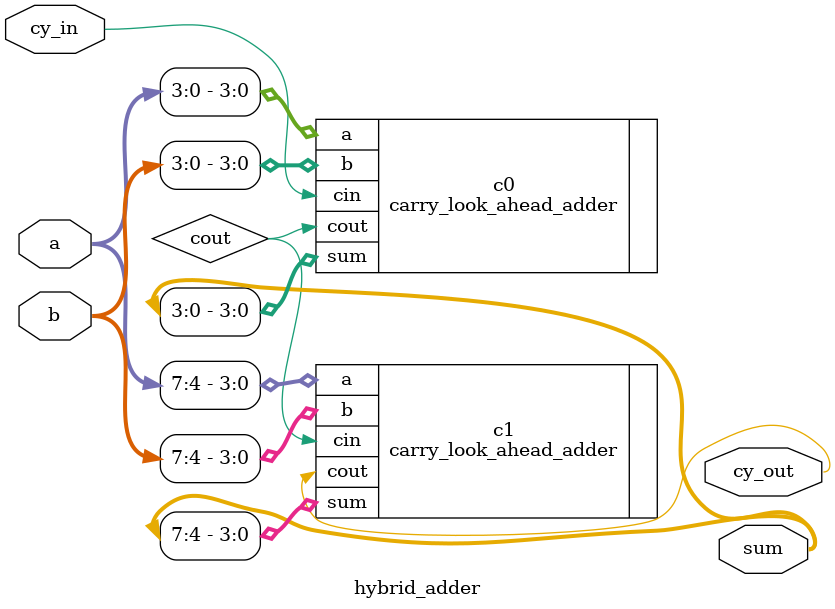
<source format=v>
`timescale 1ns / 1ps
`include "carry_look_ahead_adder.v"
module hybrid_adder(
    input [7:0] a,
    input [7:0] b,
    input cy_in,
    output [7:0] sum,
    output cy_out
    );
	 wire cout;
	 carry_look_ahead_adder c0(.a(a[3:0]),.b(b[3:0]),.cin(cy_in),.sum(sum[3:0]),.cout(cout));
	 carry_look_ahead_adder c1(.a(a[7:4]),.b(b[7:4]),.cin(cout),.sum(sum[7:4]),.cout(cy_out));


endmodule

</source>
